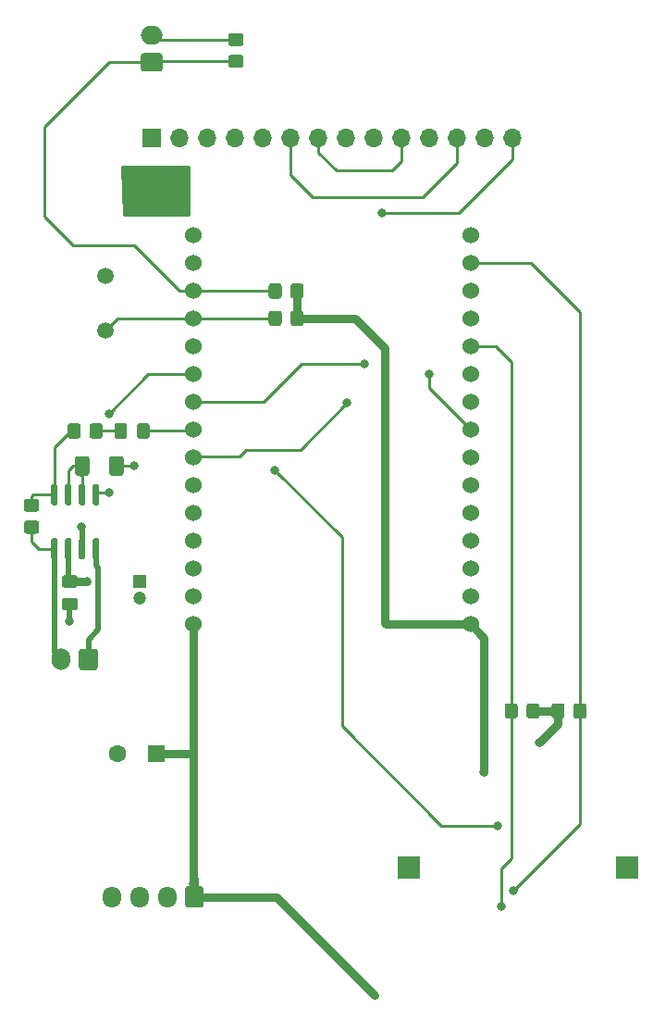
<source format=gbr>
%TF.GenerationSoftware,KiCad,Pcbnew,(5.1.10)-1*%
%TF.CreationDate,2023-09-30T19:16:06-07:00*%
%TF.ProjectId,PacmanClock_ESP32_SPI_v1_6,5061636d-616e-4436-9c6f-636b5f455350,1.6*%
%TF.SameCoordinates,Original*%
%TF.FileFunction,Copper,L1,Top*%
%TF.FilePolarity,Positive*%
%FSLAX46Y46*%
G04 Gerber Fmt 4.6, Leading zero omitted, Abs format (unit mm)*
G04 Created by KiCad (PCBNEW (5.1.10)-1) date 2023-09-30 19:16:06*
%MOMM*%
%LPD*%
G01*
G04 APERTURE LIST*
%TA.AperFunction,ComponentPad*%
%ADD10R,2.000000X2.000000*%
%TD*%
%TA.AperFunction,ComponentPad*%
%ADD11C,1.600000*%
%TD*%
%TA.AperFunction,ComponentPad*%
%ADD12R,1.600000X1.600000*%
%TD*%
%TA.AperFunction,ComponentPad*%
%ADD13C,1.200000*%
%TD*%
%TA.AperFunction,ComponentPad*%
%ADD14R,1.200000X1.200000*%
%TD*%
%TA.AperFunction,ComponentPad*%
%ADD15C,1.524000*%
%TD*%
%TA.AperFunction,ComponentPad*%
%ADD16C,1.498600*%
%TD*%
%TA.AperFunction,ComponentPad*%
%ADD17O,2.000000X1.700000*%
%TD*%
%TA.AperFunction,ComponentPad*%
%ADD18O,1.700000X2.000000*%
%TD*%
%TA.AperFunction,ComponentPad*%
%ADD19O,1.700000X1.950000*%
%TD*%
%TA.AperFunction,ComponentPad*%
%ADD20O,1.700000X1.700000*%
%TD*%
%TA.AperFunction,ComponentPad*%
%ADD21R,1.700000X1.700000*%
%TD*%
%TA.AperFunction,ViaPad*%
%ADD22C,0.800000*%
%TD*%
%TA.AperFunction,Conductor*%
%ADD23C,0.250000*%
%TD*%
%TA.AperFunction,Conductor*%
%ADD24C,0.500000*%
%TD*%
%TA.AperFunction,Conductor*%
%ADD25C,0.750000*%
%TD*%
%TA.AperFunction,Conductor*%
%ADD26C,0.254000*%
%TD*%
%TA.AperFunction,Conductor*%
%ADD27C,0.100000*%
%TD*%
G04 APERTURE END LIST*
D10*
%TO.P,BT1,1*%
%TO.N,Net-(BT1-Pad1)*%
X192000000Y-138700000D03*
%TO.P,BT1,2*%
%TO.N,GND*%
X172000000Y-138700000D03*
%TD*%
%TO.P,U1,8*%
%TO.N,Net-(J3-Pad1)*%
%TA.AperFunction,SMDPad,CuDef*%
G36*
G01*
X143255000Y-108600000D02*
X143555000Y-108600000D01*
G75*
G02*
X143705000Y-108750000I0J-150000D01*
G01*
X143705000Y-110400000D01*
G75*
G02*
X143555000Y-110550000I-150000J0D01*
G01*
X143255000Y-110550000D01*
G75*
G02*
X143105000Y-110400000I0J150000D01*
G01*
X143105000Y-108750000D01*
G75*
G02*
X143255000Y-108600000I150000J0D01*
G01*
G37*
%TD.AperFunction*%
%TO.P,U1,7*%
%TO.N,GND*%
%TA.AperFunction,SMDPad,CuDef*%
G36*
G01*
X141985000Y-108600000D02*
X142285000Y-108600000D01*
G75*
G02*
X142435000Y-108750000I0J-150000D01*
G01*
X142435000Y-110400000D01*
G75*
G02*
X142285000Y-110550000I-150000J0D01*
G01*
X141985000Y-110550000D01*
G75*
G02*
X141835000Y-110400000I0J150000D01*
G01*
X141835000Y-108750000D01*
G75*
G02*
X141985000Y-108600000I150000J0D01*
G01*
G37*
%TD.AperFunction*%
%TO.P,U1,6*%
%TO.N,+5V*%
%TA.AperFunction,SMDPad,CuDef*%
G36*
G01*
X140715000Y-108600000D02*
X141015000Y-108600000D01*
G75*
G02*
X141165000Y-108750000I0J-150000D01*
G01*
X141165000Y-110400000D01*
G75*
G02*
X141015000Y-110550000I-150000J0D01*
G01*
X140715000Y-110550000D01*
G75*
G02*
X140565000Y-110400000I0J150000D01*
G01*
X140565000Y-108750000D01*
G75*
G02*
X140715000Y-108600000I150000J0D01*
G01*
G37*
%TD.AperFunction*%
%TO.P,U1,5*%
%TO.N,Net-(J3-Pad2)*%
%TA.AperFunction,SMDPad,CuDef*%
G36*
G01*
X139445000Y-108600000D02*
X139745000Y-108600000D01*
G75*
G02*
X139895000Y-108750000I0J-150000D01*
G01*
X139895000Y-110400000D01*
G75*
G02*
X139745000Y-110550000I-150000J0D01*
G01*
X139445000Y-110550000D01*
G75*
G02*
X139295000Y-110400000I0J150000D01*
G01*
X139295000Y-108750000D01*
G75*
G02*
X139445000Y-108600000I150000J0D01*
G01*
G37*
%TD.AperFunction*%
%TO.P,U1,4*%
%TO.N,Net-(R10-Pad1)*%
%TA.AperFunction,SMDPad,CuDef*%
G36*
G01*
X139445000Y-103650000D02*
X139745000Y-103650000D01*
G75*
G02*
X139895000Y-103800000I0J-150000D01*
G01*
X139895000Y-105450000D01*
G75*
G02*
X139745000Y-105600000I-150000J0D01*
G01*
X139445000Y-105600000D01*
G75*
G02*
X139295000Y-105450000I0J150000D01*
G01*
X139295000Y-103800000D01*
G75*
G02*
X139445000Y-103650000I150000J0D01*
G01*
G37*
%TD.AperFunction*%
%TO.P,U1,3*%
%TO.N,Net-(C2-Pad2)*%
%TA.AperFunction,SMDPad,CuDef*%
G36*
G01*
X140715000Y-103650000D02*
X141015000Y-103650000D01*
G75*
G02*
X141165000Y-103800000I0J-150000D01*
G01*
X141165000Y-105450000D01*
G75*
G02*
X141015000Y-105600000I-150000J0D01*
G01*
X140715000Y-105600000D01*
G75*
G02*
X140565000Y-105450000I0J150000D01*
G01*
X140565000Y-103800000D01*
G75*
G02*
X140715000Y-103650000I150000J0D01*
G01*
G37*
%TD.AperFunction*%
%TO.P,U1,2*%
%TA.AperFunction,SMDPad,CuDef*%
G36*
G01*
X141985000Y-103650000D02*
X142285000Y-103650000D01*
G75*
G02*
X142435000Y-103800000I0J-150000D01*
G01*
X142435000Y-105450000D01*
G75*
G02*
X142285000Y-105600000I-150000J0D01*
G01*
X141985000Y-105600000D01*
G75*
G02*
X141835000Y-105450000I0J150000D01*
G01*
X141835000Y-103800000D01*
G75*
G02*
X141985000Y-103650000I150000J0D01*
G01*
G37*
%TD.AperFunction*%
%TO.P,U1,1*%
%TO.N,AudioMute*%
%TA.AperFunction,SMDPad,CuDef*%
G36*
G01*
X143255000Y-103650000D02*
X143555000Y-103650000D01*
G75*
G02*
X143705000Y-103800000I0J-150000D01*
G01*
X143705000Y-105450000D01*
G75*
G02*
X143555000Y-105600000I-150000J0D01*
G01*
X143255000Y-105600000D01*
G75*
G02*
X143105000Y-105450000I0J150000D01*
G01*
X143105000Y-103800000D01*
G75*
G02*
X143255000Y-103650000I150000J0D01*
G01*
G37*
%TD.AperFunction*%
%TD*%
%TO.P,C6,2*%
%TO.N,GND*%
%TA.AperFunction,SMDPad,CuDef*%
G36*
G01*
X140525000Y-114050000D02*
X141475000Y-114050000D01*
G75*
G02*
X141725000Y-114300000I0J-250000D01*
G01*
X141725000Y-114975000D01*
G75*
G02*
X141475000Y-115225000I-250000J0D01*
G01*
X140525000Y-115225000D01*
G75*
G02*
X140275000Y-114975000I0J250000D01*
G01*
X140275000Y-114300000D01*
G75*
G02*
X140525000Y-114050000I250000J0D01*
G01*
G37*
%TD.AperFunction*%
%TO.P,C6,1*%
%TO.N,+5V*%
%TA.AperFunction,SMDPad,CuDef*%
G36*
G01*
X140525000Y-111975000D02*
X141475000Y-111975000D01*
G75*
G02*
X141725000Y-112225000I0J-250000D01*
G01*
X141725000Y-112900000D01*
G75*
G02*
X141475000Y-113150000I-250000J0D01*
G01*
X140525000Y-113150000D01*
G75*
G02*
X140275000Y-112900000I0J250000D01*
G01*
X140275000Y-112225000D01*
G75*
G02*
X140525000Y-111975000I250000J0D01*
G01*
G37*
%TD.AperFunction*%
%TD*%
D11*
%TO.P,C3,2*%
%TO.N,GND*%
X145400000Y-128300000D03*
D12*
%TO.P,C3,1*%
%TO.N,+5V*%
X148900000Y-128300000D03*
%TD*%
%TO.P,C2,2*%
%TO.N,Net-(C2-Pad2)*%
%TA.AperFunction,SMDPad,CuDef*%
G36*
G01*
X142800000Y-101349998D02*
X142800000Y-102650002D01*
G75*
G02*
X142550002Y-102900000I-249998J0D01*
G01*
X141724998Y-102900000D01*
G75*
G02*
X141475000Y-102650002I0J249998D01*
G01*
X141475000Y-101349998D01*
G75*
G02*
X141724998Y-101100000I249998J0D01*
G01*
X142550002Y-101100000D01*
G75*
G02*
X142800000Y-101349998I0J-249998D01*
G01*
G37*
%TD.AperFunction*%
%TO.P,C2,1*%
%TO.N,GND*%
%TA.AperFunction,SMDPad,CuDef*%
G36*
G01*
X145925000Y-101349998D02*
X145925000Y-102650002D01*
G75*
G02*
X145675002Y-102900000I-249998J0D01*
G01*
X144849998Y-102900000D01*
G75*
G02*
X144600000Y-102650002I0J249998D01*
G01*
X144600000Y-101349998D01*
G75*
G02*
X144849998Y-101100000I249998J0D01*
G01*
X145675002Y-101100000D01*
G75*
G02*
X145925000Y-101349998I0J-249998D01*
G01*
G37*
%TD.AperFunction*%
%TD*%
D13*
%TO.P,C5,2*%
%TO.N,GND*%
X147400000Y-114100000D03*
D14*
%TO.P,C5,1*%
%TO.N,+5V*%
X147400000Y-112600000D03*
%TD*%
D15*
%TO.P,U2,30*%
%TO.N,/MOSI*%
X177700000Y-80900000D03*
%TO.P,U2,29*%
%TO.N,SCL*%
X177700000Y-83440000D03*
%TO.P,U2,28*%
%TO.N,Net-(U2-Pad28)*%
X177700000Y-85980000D03*
%TO.P,U2,27*%
%TO.N,Net-(U2-Pad27)*%
X177700000Y-88520000D03*
%TO.P,U2,26*%
%TO.N,SDA*%
X177700000Y-91060000D03*
%TO.P,U2,25*%
%TO.N,/MISO*%
X177700000Y-93600000D03*
%TO.P,U2,24*%
%TO.N,/SCK*%
X177700000Y-96140000D03*
%TO.P,U2,23*%
%TO.N,/TOUCH_CS*%
X177700000Y-98680000D03*
%TO.P,U2,22*%
%TO.N,Net-(U2-Pad22)*%
X177700000Y-101220000D03*
%TO.P,U2,21*%
%TO.N,Net-(U2-Pad21)*%
X177700000Y-103760000D03*
%TO.P,U2,20*%
%TO.N,/TFT_DC*%
X177700000Y-106300000D03*
%TO.P,U2,19*%
%TO.N,/TFT_RESET*%
X177700000Y-108840000D03*
%TO.P,U2,18*%
%TO.N,/TFT_CS*%
X177700000Y-111380000D03*
%TO.P,U2,17*%
%TO.N,GND*%
X177700000Y-113920000D03*
%TO.P,U2,16*%
%TO.N,+3V3*%
X177700000Y-116460000D03*
%TO.P,U2,1*%
%TO.N,Net-(U2-Pad1)*%
X152300000Y-80900000D03*
%TO.P,U2,15*%
%TO.N,+5V*%
X152300000Y-116460000D03*
%TO.P,U2,14*%
%TO.N,GND*%
X152300000Y-113920000D03*
%TO.P,U2,13*%
%TO.N,Net-(U2-Pad13)*%
X152300000Y-111380000D03*
%TO.P,U2,12*%
%TO.N,Net-(U2-Pad12)*%
X152300000Y-108840000D03*
%TO.P,U2,11*%
%TO.N,Net-(U2-Pad11)*%
X152300000Y-106300000D03*
%TO.P,U2,10*%
%TO.N,Net-(U2-Pad10)*%
X152300000Y-103760000D03*
%TO.P,U2,9*%
%TO.N,TFT_LED*%
X152300000Y-101220000D03*
%TO.P,U2,8*%
%TO.N,AudioOut*%
X152300000Y-98680000D03*
%TO.P,U2,7*%
%TO.N,TouchInt*%
X152300000Y-96140000D03*
%TO.P,U2,6*%
%TO.N,AudioMute*%
X152300000Y-93600000D03*
%TO.P,U2,5*%
%TO.N,RTC_INT*%
X152300000Y-91060000D03*
%TO.P,U2,4*%
%TO.N,Net-(R7-Pad2)*%
X152300000Y-88520000D03*
%TO.P,U2,3*%
%TO.N,Net-(J4-Pad1)*%
X152300000Y-85980000D03*
%TO.P,U2,2*%
%TO.N,Net-(U2-Pad2)*%
X152300000Y-83440000D03*
%TD*%
%TO.P,C1,2*%
%TO.N,Net-(C1-Pad2)*%
%TA.AperFunction,SMDPad,CuDef*%
G36*
G01*
X146250000Y-98325000D02*
X146250000Y-99275000D01*
G75*
G02*
X146000000Y-99525000I-250000J0D01*
G01*
X145325000Y-99525000D01*
G75*
G02*
X145075000Y-99275000I0J250000D01*
G01*
X145075000Y-98325000D01*
G75*
G02*
X145325000Y-98075000I250000J0D01*
G01*
X146000000Y-98075000D01*
G75*
G02*
X146250000Y-98325000I0J-250000D01*
G01*
G37*
%TD.AperFunction*%
%TO.P,C1,1*%
%TO.N,AudioOut*%
%TA.AperFunction,SMDPad,CuDef*%
G36*
G01*
X148325000Y-98325000D02*
X148325000Y-99275000D01*
G75*
G02*
X148075000Y-99525000I-250000J0D01*
G01*
X147400000Y-99525000D01*
G75*
G02*
X147150000Y-99275000I0J250000D01*
G01*
X147150000Y-98325000D01*
G75*
G02*
X147400000Y-98075000I250000J0D01*
G01*
X148075000Y-98075000D01*
G75*
G02*
X148325000Y-98325000I0J-250000D01*
G01*
G37*
%TD.AperFunction*%
%TD*%
%TO.P,R11,2*%
%TO.N,SCL*%
%TA.AperFunction,SMDPad,CuDef*%
G36*
G01*
X187100000Y-124850001D02*
X187100000Y-123949999D01*
G75*
G02*
X187349999Y-123700000I249999J0D01*
G01*
X188050001Y-123700000D01*
G75*
G02*
X188300000Y-123949999I0J-249999D01*
G01*
X188300000Y-124850001D01*
G75*
G02*
X188050001Y-125100000I-249999J0D01*
G01*
X187349999Y-125100000D01*
G75*
G02*
X187100000Y-124850001I0J249999D01*
G01*
G37*
%TD.AperFunction*%
%TO.P,R11,1*%
%TO.N,+3V3*%
%TA.AperFunction,SMDPad,CuDef*%
G36*
G01*
X185100000Y-124850001D02*
X185100000Y-123949999D01*
G75*
G02*
X185349999Y-123700000I249999J0D01*
G01*
X186050001Y-123700000D01*
G75*
G02*
X186300000Y-123949999I0J-249999D01*
G01*
X186300000Y-124850001D01*
G75*
G02*
X186050001Y-125100000I-249999J0D01*
G01*
X185349999Y-125100000D01*
G75*
G02*
X185100000Y-124850001I0J249999D01*
G01*
G37*
%TD.AperFunction*%
%TD*%
%TO.P,R10,2*%
%TO.N,Net-(J3-Pad2)*%
%TA.AperFunction,SMDPad,CuDef*%
G36*
G01*
X137049999Y-107000000D02*
X137950001Y-107000000D01*
G75*
G02*
X138200000Y-107249999I0J-249999D01*
G01*
X138200000Y-107950001D01*
G75*
G02*
X137950001Y-108200000I-249999J0D01*
G01*
X137049999Y-108200000D01*
G75*
G02*
X136800000Y-107950001I0J249999D01*
G01*
X136800000Y-107249999D01*
G75*
G02*
X137049999Y-107000000I249999J0D01*
G01*
G37*
%TD.AperFunction*%
%TO.P,R10,1*%
%TO.N,Net-(R10-Pad1)*%
%TA.AperFunction,SMDPad,CuDef*%
G36*
G01*
X137049999Y-105000000D02*
X137950001Y-105000000D01*
G75*
G02*
X138200000Y-105249999I0J-249999D01*
G01*
X138200000Y-105950001D01*
G75*
G02*
X137950001Y-106200000I-249999J0D01*
G01*
X137049999Y-106200000D01*
G75*
G02*
X136800000Y-105950001I0J249999D01*
G01*
X136800000Y-105249999D01*
G75*
G02*
X137049999Y-105000000I249999J0D01*
G01*
G37*
%TD.AperFunction*%
%TD*%
%TO.P,R8,2*%
%TO.N,Net-(C1-Pad2)*%
%TA.AperFunction,SMDPad,CuDef*%
G36*
G01*
X142800000Y-99250001D02*
X142800000Y-98349999D01*
G75*
G02*
X143049999Y-98100000I249999J0D01*
G01*
X143750001Y-98100000D01*
G75*
G02*
X144000000Y-98349999I0J-249999D01*
G01*
X144000000Y-99250001D01*
G75*
G02*
X143750001Y-99500000I-249999J0D01*
G01*
X143049999Y-99500000D01*
G75*
G02*
X142800000Y-99250001I0J249999D01*
G01*
G37*
%TD.AperFunction*%
%TO.P,R8,1*%
%TO.N,Net-(R10-Pad1)*%
%TA.AperFunction,SMDPad,CuDef*%
G36*
G01*
X140800000Y-99250001D02*
X140800000Y-98349999D01*
G75*
G02*
X141049999Y-98100000I249999J0D01*
G01*
X141750001Y-98100000D01*
G75*
G02*
X142000000Y-98349999I0J-249999D01*
G01*
X142000000Y-99250001D01*
G75*
G02*
X141750001Y-99500000I-249999J0D01*
G01*
X141049999Y-99500000D01*
G75*
G02*
X140800000Y-99250001I0J249999D01*
G01*
G37*
%TD.AperFunction*%
%TD*%
%TO.P,R7,2*%
%TO.N,Net-(R7-Pad2)*%
%TA.AperFunction,SMDPad,CuDef*%
G36*
G01*
X160400000Y-88049999D02*
X160400000Y-88950001D01*
G75*
G02*
X160150001Y-89200000I-249999J0D01*
G01*
X159449999Y-89200000D01*
G75*
G02*
X159200000Y-88950001I0J249999D01*
G01*
X159200000Y-88049999D01*
G75*
G02*
X159449999Y-87800000I249999J0D01*
G01*
X160150001Y-87800000D01*
G75*
G02*
X160400000Y-88049999I0J-249999D01*
G01*
G37*
%TD.AperFunction*%
%TO.P,R7,1*%
%TO.N,+3V3*%
%TA.AperFunction,SMDPad,CuDef*%
G36*
G01*
X162400000Y-88049999D02*
X162400000Y-88950001D01*
G75*
G02*
X162150001Y-89200000I-249999J0D01*
G01*
X161449999Y-89200000D01*
G75*
G02*
X161200000Y-88950001I0J249999D01*
G01*
X161200000Y-88049999D01*
G75*
G02*
X161449999Y-87800000I249999J0D01*
G01*
X162150001Y-87800000D01*
G75*
G02*
X162400000Y-88049999I0J-249999D01*
G01*
G37*
%TD.AperFunction*%
%TD*%
%TO.P,R6,2*%
%TO.N,SDA*%
%TA.AperFunction,SMDPad,CuDef*%
G36*
G01*
X182000000Y-123949999D02*
X182000000Y-124850001D01*
G75*
G02*
X181750001Y-125100000I-249999J0D01*
G01*
X181049999Y-125100000D01*
G75*
G02*
X180800000Y-124850001I0J249999D01*
G01*
X180800000Y-123949999D01*
G75*
G02*
X181049999Y-123700000I249999J0D01*
G01*
X181750001Y-123700000D01*
G75*
G02*
X182000000Y-123949999I0J-249999D01*
G01*
G37*
%TD.AperFunction*%
%TO.P,R6,1*%
%TO.N,+3V3*%
%TA.AperFunction,SMDPad,CuDef*%
G36*
G01*
X184000000Y-123949999D02*
X184000000Y-124850001D01*
G75*
G02*
X183750001Y-125100000I-249999J0D01*
G01*
X183049999Y-125100000D01*
G75*
G02*
X182800000Y-124850001I0J249999D01*
G01*
X182800000Y-123949999D01*
G75*
G02*
X183049999Y-123700000I249999J0D01*
G01*
X183750001Y-123700000D01*
G75*
G02*
X184000000Y-123949999I0J-249999D01*
G01*
G37*
%TD.AperFunction*%
%TD*%
%TO.P,R2,2*%
%TO.N,GND*%
%TA.AperFunction,SMDPad,CuDef*%
G36*
G01*
X156650001Y-63600000D02*
X155749999Y-63600000D01*
G75*
G02*
X155500000Y-63350001I0J249999D01*
G01*
X155500000Y-62649999D01*
G75*
G02*
X155749999Y-62400000I249999J0D01*
G01*
X156650001Y-62400000D01*
G75*
G02*
X156900000Y-62649999I0J-249999D01*
G01*
X156900000Y-63350001D01*
G75*
G02*
X156650001Y-63600000I-249999J0D01*
G01*
G37*
%TD.AperFunction*%
%TO.P,R2,1*%
%TO.N,Net-(J4-Pad1)*%
%TA.AperFunction,SMDPad,CuDef*%
G36*
G01*
X156650001Y-65600000D02*
X155749999Y-65600000D01*
G75*
G02*
X155500000Y-65350001I0J249999D01*
G01*
X155500000Y-64649999D01*
G75*
G02*
X155749999Y-64400000I249999J0D01*
G01*
X156650001Y-64400000D01*
G75*
G02*
X156900000Y-64649999I0J-249999D01*
G01*
X156900000Y-65350001D01*
G75*
G02*
X156650001Y-65600000I-249999J0D01*
G01*
G37*
%TD.AperFunction*%
%TD*%
%TO.P,R1,2*%
%TO.N,Net-(J4-Pad1)*%
%TA.AperFunction,SMDPad,CuDef*%
G36*
G01*
X160400000Y-85549999D02*
X160400000Y-86450001D01*
G75*
G02*
X160150001Y-86700000I-249999J0D01*
G01*
X159449999Y-86700000D01*
G75*
G02*
X159200000Y-86450001I0J249999D01*
G01*
X159200000Y-85549999D01*
G75*
G02*
X159449999Y-85300000I249999J0D01*
G01*
X160150001Y-85300000D01*
G75*
G02*
X160400000Y-85549999I0J-249999D01*
G01*
G37*
%TD.AperFunction*%
%TO.P,R1,1*%
%TO.N,+3V3*%
%TA.AperFunction,SMDPad,CuDef*%
G36*
G01*
X162400000Y-85549999D02*
X162400000Y-86450001D01*
G75*
G02*
X162150001Y-86700000I-249999J0D01*
G01*
X161449999Y-86700000D01*
G75*
G02*
X161200000Y-86450001I0J249999D01*
G01*
X161200000Y-85549999D01*
G75*
G02*
X161449999Y-85300000I249999J0D01*
G01*
X162150001Y-85300000D01*
G75*
G02*
X162400000Y-85549999I0J-249999D01*
G01*
G37*
%TD.AperFunction*%
%TD*%
D16*
%TO.P,SW1,2*%
%TO.N,Net-(R7-Pad2)*%
X144300000Y-89603800D03*
%TO.P,SW1,1*%
%TO.N,GND*%
X144300000Y-84600000D03*
%TD*%
D17*
%TO.P,J4,2*%
%TO.N,GND*%
X148500000Y-62600000D03*
%TO.P,J4,1*%
%TO.N,Net-(J4-Pad1)*%
%TA.AperFunction,ComponentPad*%
G36*
G01*
X149250000Y-65950000D02*
X147750000Y-65950000D01*
G75*
G02*
X147500000Y-65700000I0J250000D01*
G01*
X147500000Y-64500000D01*
G75*
G02*
X147750000Y-64250000I250000J0D01*
G01*
X149250000Y-64250000D01*
G75*
G02*
X149500000Y-64500000I0J-250000D01*
G01*
X149500000Y-65700000D01*
G75*
G02*
X149250000Y-65950000I-250000J0D01*
G01*
G37*
%TD.AperFunction*%
%TD*%
D18*
%TO.P,J3,2*%
%TO.N,Net-(J3-Pad2)*%
X140200000Y-119700000D03*
%TO.P,J3,1*%
%TO.N,Net-(J3-Pad1)*%
%TA.AperFunction,ComponentPad*%
G36*
G01*
X143550000Y-118950000D02*
X143550000Y-120450000D01*
G75*
G02*
X143300000Y-120700000I-250000J0D01*
G01*
X142100000Y-120700000D01*
G75*
G02*
X141850000Y-120450000I0J250000D01*
G01*
X141850000Y-118950000D01*
G75*
G02*
X142100000Y-118700000I250000J0D01*
G01*
X143300000Y-118700000D01*
G75*
G02*
X143550000Y-118950000I0J-250000D01*
G01*
G37*
%TD.AperFunction*%
%TD*%
D19*
%TO.P,J2,4*%
%TO.N,GND*%
X144900000Y-141400000D03*
%TO.P,J2,3*%
%TO.N,Net-(J2-Pad3)*%
X147400000Y-141400000D03*
%TO.P,J2,2*%
%TO.N,Net-(J2-Pad2)*%
X149900000Y-141400000D03*
%TO.P,J2,1*%
%TO.N,+5V*%
%TA.AperFunction,ComponentPad*%
G36*
G01*
X153250000Y-140675000D02*
X153250000Y-142125000D01*
G75*
G02*
X153000000Y-142375000I-250000J0D01*
G01*
X151800000Y-142375000D01*
G75*
G02*
X151550000Y-142125000I0J250000D01*
G01*
X151550000Y-140675000D01*
G75*
G02*
X151800000Y-140425000I250000J0D01*
G01*
X153000000Y-140425000D01*
G75*
G02*
X153250000Y-140675000I0J-250000D01*
G01*
G37*
%TD.AperFunction*%
%TD*%
D20*
%TO.P,J1,14*%
%TO.N,TouchInt*%
X181520000Y-72000000D03*
%TO.P,J1,13*%
%TO.N,/MISO*%
X178980000Y-72000000D03*
%TO.P,J1,12*%
%TO.N,/MOSI*%
X176440000Y-72000000D03*
%TO.P,J1,11*%
%TO.N,/TOUCH_CS*%
X173900000Y-72000000D03*
%TO.P,J1,10*%
%TO.N,/SCK*%
X171360000Y-72000000D03*
%TO.P,J1,9*%
%TO.N,Net-(J1-Pad9)*%
X168820000Y-72000000D03*
%TO.P,J1,8*%
%TO.N,TFT_LED*%
X166280000Y-72000000D03*
%TO.P,J1,7*%
%TO.N,/SCK*%
X163740000Y-72000000D03*
%TO.P,J1,6*%
%TO.N,/MOSI*%
X161200000Y-72000000D03*
%TO.P,J1,5*%
%TO.N,/TFT_DC*%
X158660000Y-72000000D03*
%TO.P,J1,4*%
%TO.N,/TFT_RESET*%
X156120000Y-72000000D03*
%TO.P,J1,3*%
%TO.N,/TFT_CS*%
X153580000Y-72000000D03*
%TO.P,J1,2*%
%TO.N,GND*%
X151040000Y-72000000D03*
D21*
%TO.P,J1,1*%
%TO.N,+5V*%
X148500000Y-72000000D03*
%TD*%
D22*
%TO.N,GND*%
X147000000Y-75700000D03*
X147000000Y-77000000D03*
X147000000Y-78200000D03*
X151000000Y-75700000D03*
X151000000Y-77000000D03*
X151000000Y-78200000D03*
X146900000Y-102000000D03*
X142100000Y-107600000D03*
X141000000Y-116200000D03*
%TO.N,+5V*%
X142600000Y-112600000D03*
X168900000Y-150400000D03*
%TO.N,/TOUCH_CS*%
X173900000Y-93600000D03*
%TO.N,TFT_LED*%
X166400000Y-96200000D03*
%TO.N,+3V3*%
X178925000Y-130024998D03*
X184000000Y-127300000D03*
%TO.N,AudioMute*%
X144600000Y-97200000D03*
X144600000Y-104400000D03*
%TO.N,TouchInt*%
X168000000Y-92700000D03*
X169600000Y-78900000D03*
%TO.N,SDA*%
X180500000Y-142300000D03*
%TO.N,SCL*%
X181600000Y-140800000D03*
%TO.N,RTC_INT*%
X180195000Y-134895000D03*
X159800000Y-102400000D03*
%TD*%
D23*
%TO.N,AudioOut*%
X152180000Y-98800000D02*
X152300000Y-98680000D01*
X147737500Y-98800000D02*
X152180000Y-98800000D01*
%TO.N,GND*%
X148900000Y-63000000D02*
X148500000Y-62600000D01*
X156200000Y-63000000D02*
X148900000Y-63000000D01*
X145262500Y-102000000D02*
X146900000Y-102000000D01*
X142135000Y-107665000D02*
X142200000Y-107600000D01*
D24*
X142135000Y-109575000D02*
X142135000Y-107665000D01*
X141000000Y-114637500D02*
X141000000Y-116200000D01*
D25*
%TO.N,+5V*%
X152200000Y-140200000D02*
X152300000Y-140100000D01*
X140865000Y-112427500D02*
X141000000Y-112562500D01*
D24*
X140865000Y-109575000D02*
X140865000Y-112427500D01*
D25*
X142542490Y-112562500D02*
X142579990Y-112600000D01*
X141000000Y-112562500D02*
X142542490Y-112562500D01*
X148900000Y-128300000D02*
X152300000Y-128300000D01*
X152300000Y-116460000D02*
X152300000Y-128300000D01*
X152400000Y-139700000D02*
X152300000Y-139600000D01*
X152400000Y-141400000D02*
X152400000Y-139700000D01*
X152300000Y-139600000D02*
X152300000Y-140100000D01*
X152300000Y-128300000D02*
X152300000Y-139600000D01*
X159900000Y-141400000D02*
X168900000Y-150400000D01*
X152400000Y-141400000D02*
X159900000Y-141400000D01*
D23*
%TO.N,/MOSI*%
X161200000Y-72000000D02*
X161200000Y-75400000D01*
X161200000Y-75400000D02*
X163200000Y-77400000D01*
X163200000Y-77400000D02*
X173300000Y-77400000D01*
X176440000Y-74260000D02*
X176440000Y-72000000D01*
X173300000Y-77400000D02*
X176440000Y-74260000D01*
%TO.N,/TOUCH_CS*%
X173900000Y-94880000D02*
X177700000Y-98680000D01*
X173900000Y-93600000D02*
X173900000Y-94880000D01*
%TO.N,/SCK*%
X163740000Y-72000000D02*
X163740000Y-73340000D01*
X163740000Y-73340000D02*
X165400000Y-75000000D01*
X165400000Y-75000000D02*
X170500000Y-75000000D01*
X171360000Y-74140000D02*
X171360000Y-72000000D01*
X170500000Y-75000000D02*
X171360000Y-74140000D01*
%TO.N,TFT_LED*%
X152420000Y-101100000D02*
X152300000Y-101220000D01*
X156500000Y-101100000D02*
X152420000Y-101100000D01*
X157100000Y-100500000D02*
X156500000Y-101100000D01*
X162100000Y-100500000D02*
X157100000Y-100500000D01*
X166400000Y-96200000D02*
X162100000Y-100500000D01*
%TO.N,Net-(J4-Pad1)*%
X152320000Y-86000000D02*
X152300000Y-85980000D01*
X148600000Y-65000000D02*
X148500000Y-65100000D01*
X156200000Y-65000000D02*
X148600000Y-65000000D01*
X152300000Y-85980000D02*
X151080000Y-85980000D01*
X151080000Y-85980000D02*
X146900000Y-81800000D01*
X146900000Y-81800000D02*
X141300000Y-81800000D01*
X141300000Y-81800000D02*
X138700000Y-79200000D01*
X138700000Y-79200000D02*
X138700000Y-71000000D01*
X144600000Y-65100000D02*
X148500000Y-65100000D01*
X138700000Y-71000000D02*
X144600000Y-65100000D01*
X159800000Y-86000000D02*
X156500000Y-86000000D01*
X156500000Y-86000000D02*
X152320000Y-86000000D01*
X156700000Y-86000000D02*
X156500000Y-86000000D01*
D25*
%TO.N,+3V3*%
X169920000Y-116460000D02*
X177700000Y-116460000D01*
X169800000Y-116340000D02*
X169920000Y-116460000D01*
X169800000Y-91200000D02*
X169800000Y-116340000D01*
X167100000Y-88500000D02*
X169800000Y-91200000D01*
X177700000Y-116460000D02*
X178925000Y-117685000D01*
X178925000Y-117685000D02*
X178925000Y-130024998D01*
X185700000Y-124400000D02*
X183400000Y-124400000D01*
X185700000Y-124400000D02*
X185700000Y-125600000D01*
X185700000Y-125600000D02*
X184000000Y-127300000D01*
X161800000Y-86000000D02*
X161800000Y-88500000D01*
X161800000Y-88500000D02*
X167100000Y-88500000D01*
D23*
%TO.N,AudioMute*%
X152240000Y-93540000D02*
X152300000Y-93600000D01*
X148200000Y-93600000D02*
X144600000Y-97200000D01*
X152300000Y-93600000D02*
X148200000Y-93600000D01*
X143630000Y-104400000D02*
X143405000Y-104625000D01*
X144600000Y-104400000D02*
X143630000Y-104400000D01*
%TO.N,Net-(R7-Pad2)*%
X152283800Y-88503800D02*
X152300000Y-88520000D01*
X145383800Y-88520000D02*
X144300000Y-89603800D01*
X152300000Y-88520000D02*
X145383800Y-88520000D01*
X152320000Y-88500000D02*
X152300000Y-88520000D01*
X159800000Y-88500000D02*
X156200000Y-88500000D01*
X156200000Y-88500000D02*
X152320000Y-88500000D01*
X156700000Y-88500000D02*
X156200000Y-88500000D01*
%TO.N,TouchInt*%
X167900000Y-92800000D02*
X168000000Y-92700000D01*
X169600000Y-78900000D02*
X176600000Y-78900000D01*
X181520000Y-73980000D02*
X181520000Y-72000000D01*
X176600000Y-78900000D02*
X181520000Y-73980000D01*
X168000000Y-92700000D02*
X162200000Y-92700000D01*
X158760000Y-96140000D02*
X152300000Y-96140000D01*
X162200000Y-92700000D02*
X158760000Y-96140000D01*
%TO.N,SDA*%
X181400000Y-124400000D02*
X181400000Y-137900000D01*
X180500000Y-138800000D02*
X180500000Y-142300000D01*
X181400000Y-137900000D02*
X180500000Y-138800000D01*
X177700000Y-91060000D02*
X179960000Y-91060000D01*
X181400000Y-92500000D02*
X181400000Y-124400000D01*
X179960000Y-91060000D02*
X181400000Y-92500000D01*
%TO.N,SCL*%
X187700000Y-134700000D02*
X181600000Y-140800000D01*
X187700000Y-124400000D02*
X187700000Y-134700000D01*
X177700000Y-83440000D02*
X183240000Y-83440000D01*
X187700000Y-87900000D02*
X187700000Y-124400000D01*
X183240000Y-83440000D02*
X187700000Y-87900000D01*
%TO.N,RTC_INT*%
X174995000Y-134895000D02*
X180195000Y-134895000D01*
X165900000Y-125800000D02*
X174995000Y-134895000D01*
X165900000Y-108500000D02*
X165900000Y-125800000D01*
X159800000Y-102400000D02*
X165900000Y-108500000D01*
%TO.N,Net-(C1-Pad2)*%
X143400000Y-98800000D02*
X145662500Y-98800000D01*
%TO.N,Net-(C2-Pad2)*%
X142662500Y-102000000D02*
X142525000Y-102137500D01*
X141875000Y-102787500D02*
X142662500Y-102000000D01*
X141875000Y-102262500D02*
X142137500Y-102000000D01*
X142137500Y-104622500D02*
X142135000Y-104625000D01*
X142137500Y-102000000D02*
X142137500Y-104622500D01*
X142137500Y-102000000D02*
X141300000Y-102000000D01*
X140865000Y-102435000D02*
X140865000Y-104625000D01*
X141300000Y-102000000D02*
X140865000Y-102435000D01*
%TO.N,Net-(J3-Pad2)*%
X137500000Y-107600000D02*
X137500000Y-108100000D01*
X137500000Y-107600000D02*
X137500000Y-108900000D01*
X138175000Y-109575000D02*
X139595000Y-109575000D01*
X137500000Y-108900000D02*
X138175000Y-109575000D01*
D24*
X139595000Y-119095000D02*
X140200000Y-119700000D01*
X139595000Y-109575000D02*
X139595000Y-119095000D01*
%TO.N,Net-(J3-Pad1)*%
X143600000Y-117000000D02*
X142700000Y-117900000D01*
X143600000Y-111300000D02*
X143600000Y-117000000D01*
X143405000Y-111105000D02*
X143600000Y-111300000D01*
X142700000Y-117900000D02*
X142700000Y-119700000D01*
X143405000Y-109575000D02*
X143405000Y-111105000D01*
D23*
%TO.N,Net-(R10-Pad1)*%
X141225000Y-98975000D02*
X141400000Y-98800000D01*
X137500000Y-105600000D02*
X137500000Y-105400000D01*
X141400000Y-98800000D02*
X141100000Y-98800000D01*
X139595000Y-100305000D02*
X139595000Y-104625000D01*
X141100000Y-98800000D02*
X139595000Y-100305000D01*
X137500000Y-105600000D02*
X137500000Y-104800000D01*
X137675000Y-104625000D02*
X139595000Y-104625000D01*
X137500000Y-104800000D02*
X137675000Y-104625000D01*
%TD*%
D26*
%TO.N,GND*%
X151873000Y-79073000D02*
X145924326Y-79073000D01*
X145829731Y-74627000D01*
X151873000Y-74627000D01*
X151873000Y-79073000D01*
%TA.AperFunction,Conductor*%
D27*
G36*
X151873000Y-79073000D02*
G01*
X145924326Y-79073000D01*
X145829731Y-74627000D01*
X151873000Y-74627000D01*
X151873000Y-79073000D01*
G37*
%TD.AperFunction*%
%TD*%
M02*

</source>
